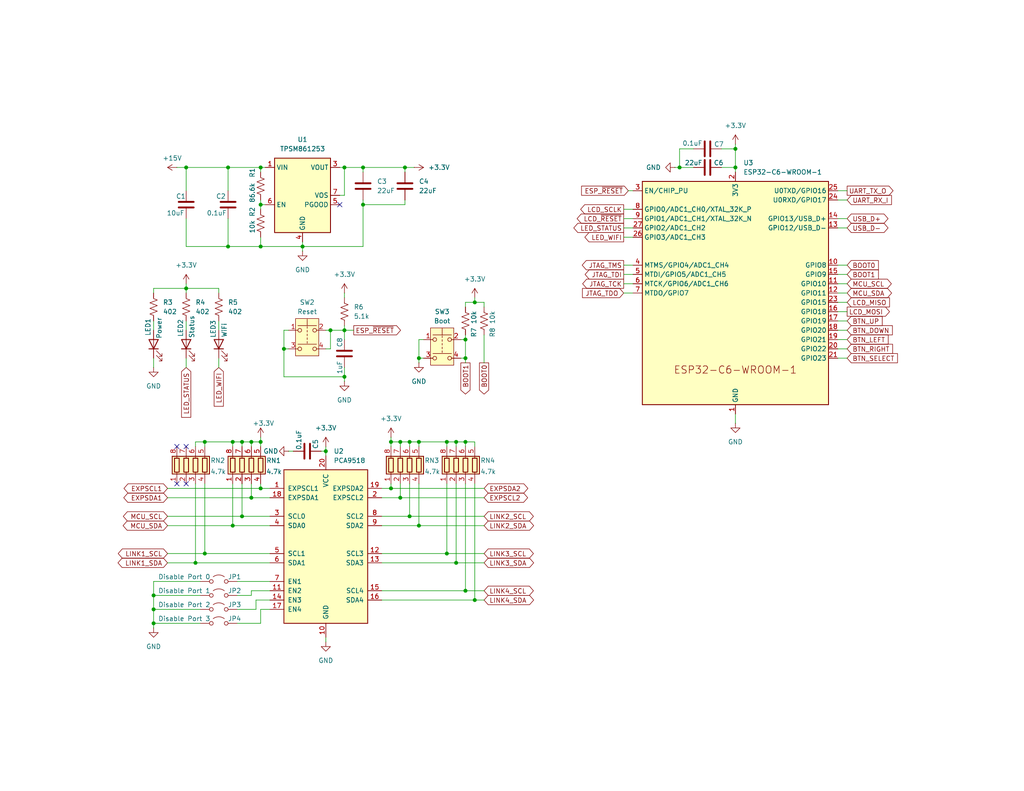
<source format=kicad_sch>
(kicad_sch (version 20250114) (generator "eeschema") (generator_version "9.0")
  (paper "USLetter")
  (title_block (title "CERN Display Controller") (date "2025-04-30") (rev "Rev001"))
  (lib_symbols
    (symbol "Device:C" (pin_numbers (hide yes)) (pin_names (offset 0.254))
      (property "Reference" "C" (at 0.635 2.54 0))
      (property "Value" "C" (at 0.635 -2.54 0))
      (symbol "C_0_1"
        (polyline (pts (xy -2.032 0.762) (xy 2.032 0.762)) (stroke (width 0.508)))
        (polyline (pts (xy -2.032 -0.762) (xy 2.032 -0.762)) (stroke (width 0.508)))
      )
      (symbol "C_1_1"
        (pin passive line (at 0 3.81 270) (length 2.794) (name "~") (number "1"))
        (pin passive line (at 0 -3.81 90) (length 2.794) (name "~") (number "2"))
      )
    )
    (symbol "Device:LED" (pin_numbers (hide yes)) (pin_names (offset 1.016) (hide yes))
      (property "Reference" "D" (at 0 2.54 0))
      (property "Value" "LED" (at 0 -2.54 0))
      (symbol "LED_0_1"
        (polyline (pts (xy -3.048 -0.762) (xy -4.572 -2.286) (xy -3.81 -2.286) (xy -4.572 -2.286) (xy -4.572 -1.524)))
        (polyline (pts (xy -1.778 -0.762) (xy -3.302 -2.286) (xy -2.54 -2.286) (xy -3.302 -2.286) (xy -3.302 -1.524)))
        (polyline (pts (xy -1.27 0) (xy 1.27 0)))
        (polyline (pts (xy -1.27 -1.27) (xy -1.27 1.27)) (stroke (width 0.254)))
        (polyline (pts (xy 1.27 -1.27) (xy 1.27 1.27) (xy -1.27 0) (xy 1.27 -1.27)) (stroke (width 0.254)))
      )
      (symbol "LED_1_1"
        (pin passive line (at -3.81 0 0) (length 2.54) (name "K") (number "1"))
        (pin passive line (at 3.81 0 180) (length 2.54) (name "A") (number "2"))
      )
    )
    (symbol "Device:R_Pack04" (pin_names (offset 0) (hide yes))
      (property "Reference" "RN" (at -7.62 0 90))
      (property "Value" "R_Pack04" (at 5.08 0 90))
      (symbol "R_Pack04_0_1"
        (rectangle (start -6.35 -2.413) (end 3.81 2.413) (stroke (width 0.254)) (fill (type background)))
        (rectangle (start -5.715 1.905) (end -4.445 -1.905) (stroke (width 0.254)))
        (polyline (pts (xy -5.08 1.905) (xy -5.08 2.54)))
        (polyline (pts (xy -5.08 -2.54) (xy -5.08 -1.905)))
        (rectangle (start -3.175 1.905) (end -1.905 -1.905) (stroke (width 0.254)))
        (polyline (pts (xy -2.54 1.905) (xy -2.54 2.54)))
        (polyline (pts (xy -2.54 -2.54) (xy -2.54 -1.905)))
        (rectangle (start -0.635 1.905) (end 0.635 -1.905) (stroke (width 0.254)))
        (polyline (pts (xy 0 1.905) (xy 0 2.54)))
        (polyline (pts (xy 0 -2.54) (xy 0 -1.905)))
        (rectangle (start 1.905 1.905) (end 3.175 -1.905) (stroke (width 0.254)))
        (polyline (pts (xy 2.54 1.905) (xy 2.54 2.54)))
        (polyline (pts (xy 2.54 -2.54) (xy 2.54 -1.905)))
      )
      (symbol "R_Pack04_1_1"
        (pin passive line (at -5.08 5.08 270) (length 2.54) (name "R1.2") (number "8"))
        (pin passive line (at -5.08 -5.08 90) (length 2.54) (name "R1.1") (number "1"))
        (pin passive line (at -2.54 5.08 270) (length 2.54) (name "R2.2") (number "7"))
        (pin passive line (at -2.54 -5.08 90) (length 2.54) (name "R2.1") (number "2"))
        (pin passive line (at 0 5.08 270) (length 2.54) (name "R3.2") (number "6"))
        (pin passive line (at 0 -5.08 90) (length 2.54) (name "R3.1") (number "3"))
        (pin passive line (at 2.54 5.08 270) (length 2.54) (name "R4.2") (number "5"))
        (pin passive line (at 2.54 -5.08 90) (length 2.54) (name "R4.1") (number "4"))
      )
    )
    (symbol "Device:R_US" (pin_numbers (hide yes)) (pin_names (offset 0))
      (property "Reference" "R" (at 2.54 0 90))
      (property "Value" "R_US" (at -2.54 0 90))
      (symbol "R_US_0_1"
        (polyline (pts (xy 0 2.286) (xy 0 2.54)))
        (polyline (pts (xy 0 2.286) (xy 1.016 1.905) (xy 0 1.524) (xy -1.016 1.143) (xy 0 0.762)))
        (polyline (pts (xy 0 0.762) (xy 1.016 0.381) (xy 0 0) (xy -1.016 -0.381) (xy 0 -0.762)))
        (polyline (pts (xy 0 -0.762) (xy 1.016 -1.143) (xy 0 -1.524) (xy -1.016 -1.905) (xy 0 -2.286)))
        (polyline (pts (xy 0 -2.286) (xy 0 -2.54)))
      )
      (symbol "R_US_1_1"
        (pin passive line (at 0 3.81 270) (length 1.27) (name "~") (number "1"))
        (pin passive line (at 0 -3.81 90) (length 1.27) (name "~") (number "2"))
      )
    )
    (symbol "Espressif:ESP32-C6-WROOM-1"
      (property "Reference" "U" (at -25.4 35.56 0))
      (property "Value" "ESP32-C6-WROOM-1" (at -25.4 33.02 0))
      (symbol "ESP32-C6-WROOM-1_0_0"
        (text "ESP32-C6-WROOM-1" (at 0 -20.955 0) (effects (font (size 2 2))))
      )
      (symbol "ESP32-C6-WROOM-1_0_1"
        (rectangle (start -25.4 30.48) (end 25.4 -30.48) (stroke (width 0.254)) (fill (type background)))
      )
      (symbol "ESP32-C6-WROOM-1_1_1"
        (pin input line (at -27.94 27.94 0) (length 2.54) (name "EN/CHIP_PU") (number "3"))
        (pin bidirectional line (at -27.94 22.86 0) (length 2.54) (name "GPIO0/ADC1_CH0/XTAL_32K_P") (number "8"))
        (pin bidirectional line (at -27.94 20.32 0) (length 2.54) (name "GPIO1/ADC1_CH1/XTAL_32K_N") (number "9"))
        (pin bidirectional line (at -27.94 17.78 0) (length 2.54) (name "GPIO2/ADC1_CH2") (number "27"))
        (pin bidirectional line (at -27.94 15.24 0) (length 2.54) (name "GPIO3/ADC1_CH3") (number "26"))
        (pin bidirectional line (at -27.94 7.62 0) (length 2.54) (name "MTMS/GPIO4/ADC1_CH4") (number "4"))
        (pin bidirectional line (at -27.94 5.08 0) (length 2.54) (name "MTDI/GPIO5/ADC1_CH5") (number "5"))
        (pin bidirectional line (at -27.94 2.54 0) (length 2.54) (name "MTCK/GPIO6/ADC1_CH6") (number "6"))
        (pin bidirectional line (at -27.94 0 0) (length 2.54) (name "MTDO/GPIO7") (number "7"))
        (pin no_connect line (at -25.4 -12.7 0) (length 2.54) (hide yes) (name "NC") (number "22"))
        (pin power_in line (at 0 33.02 270) (length 2.54) (name "3V3") (number "2"))
        (pin power_in line (at 0 -33.02 90) (length 2.54) (name "GND") (number "1"))
        (pin passive line (at 0 -33.02 90) (length 2.54) (hide yes) (name "GND") (number "28"))
        (pin passive line (at 0 -33.02 90) (length 2.54) (hide yes) (name "GND") (number "29"))
        (pin bidirectional line (at 27.94 27.94 180) (length 2.54) (name "U0TXD/GPIO16") (number "25"))
        (pin bidirectional line (at 27.94 25.4 180) (length 2.54) (name "U0RXD/GPIO17") (number "24"))
        (pin bidirectional line (at 27.94 20.32 180) (length 2.54) (name "GPIO13/USB_D+") (number "14"))
        (pin bidirectional line (at 27.94 17.78 180) (length 2.54) (name "GPIO12/USB_D-") (number "13"))
        (pin bidirectional line (at 27.94 7.62 180) (length 2.54) (name "GPIO8") (number "10"))
        (pin bidirectional line (at 27.94 5.08 180) (length 2.54) (name "GPIO9") (number "15"))
        (pin bidirectional line (at 27.94 2.54 180) (length 2.54) (name "GPIO10") (number "11"))
        (pin bidirectional line (at 27.94 0 180) (length 2.54) (name "GPIO11") (number "12"))
        (pin bidirectional line (at 27.94 -2.54 180) (length 2.54) (name "GPIO15") (number "23"))
        (pin bidirectional line (at 27.94 -5.08 180) (length 2.54) (name "GPIO18") (number "16"))
        (pin bidirectional line (at 27.94 -7.62 180) (length 2.54) (name "GPIO19") (number "17"))
        (pin bidirectional line (at 27.94 -10.16 180) (length 2.54) (name "GPIO20") (number "18"))
        (pin bidirectional line (at 27.94 -12.7 180) (length 2.54) (name "GPIO21") (number "19"))
        (pin bidirectional line (at 27.94 -15.24 180) (length 2.54) (name "GPIO22") (number "20"))
        (pin bidirectional line (at 27.94 -17.78 180) (length 2.54) (name "GPIO23") (number "21"))
      )
    )
    (symbol "Jumper:Jumper_2_Open" (pin_numbers (hide yes)) (pin_names (offset 0) (hide yes))
      (property "Reference" "JP" (at 0 2.794 0))
      (property "Value" "Jumper_2_Open" (at 0 -2.286 0))
      (symbol "Jumper_2_Open_0_0"
        (circle (center -2.032 0) (radius 0.508))
        (circle (center 2.032 0) (radius 0.508))
      )
      (symbol "Jumper_2_Open_0_1"
        (arc (start -1.524 1.27) (mid 0 1.778) (end 1.524 1.27))
      )
      (symbol "Jumper_2_Open_1_1"
        (pin passive line (at -5.08 0 0) (length 2.54) (name "A") (number "1"))
        (pin passive line (at 5.08 0 180) (length 2.54) (name "B") (number "2"))
      )
    )
    (symbol "Switch:SW_Push_Dual" (pin_names (offset 1.016) (hide yes))
      (property "Reference" "SW" (at 0 7.62 0))
      (property "Value" "SW_Push_Dual" (at 0 -6.35 0))
      (symbol "SW_Push_Dual_0_1"
        (circle (center -2.032 2.54) (radius 0.508))
        (circle (center -2.032 -2.54) (radius 0.508))
        (polyline (pts (xy 0 3.81) (xy 0 5.588)))
        (polyline (pts (xy 0 3.048) (xy 0 3.556)))
        (polyline (pts (xy 0 2.032) (xy 0 2.54)))
        (polyline (pts (xy 0 1.016) (xy 0 1.524)))
        (polyline (pts (xy 0 0.508) (xy 0 0)))
        (polyline (pts (xy 0 -0.508) (xy 0 -1.016)))
        (circle (center 2.032 2.54) (radius 0.508))
        (circle (center 2.032 -2.54) (radius 0.508))
        (polyline (pts (xy 2.54 3.81) (xy -2.54 3.81)))
        (polyline (pts (xy 2.54 -1.27) (xy -2.54 -1.27)))
        (pin passive line (at -5.08 2.54 0) (length 2.54) (name "1") (number "1"))
        (pin passive line (at -5.08 -2.54 0) (length 2.54) (name "3") (number "3"))
        (pin passive line (at 5.08 2.54 180) (length 2.54) (name "2") (number "2"))
        (pin passive line (at 5.08 -2.54 180) (length 2.54) (name "4") (number "4"))
      )
      (symbol "SW_Push_Dual_1_1"
        (rectangle (start -3.175 5.715) (end 3.175 -4.445) (fill (type background)))
      )
    )
    (symbol "power:+15V" (power) (pin_numbers (hide yes)) (pin_names (offset 0) (hide yes))
      (property "Value" "+15V" (at 0 3.556 0))
      (symbol "+15V_0_1"
        (polyline (pts (xy -0.762 1.27) (xy 0 2.54)))
        (polyline (pts (xy 0 2.54) (xy 0.762 1.27)))
        (polyline (pts (xy 0 0) (xy 0 2.54)))
      )
      (symbol "+15V_1_1"
        (pin power_in line (at 0 0 90) (length 0) (name "~") (number "1"))
      )
    )
    (symbol "power:+3.3V" (power) (pin_numbers (hide yes)) (pin_names (offset 0) (hide yes))
      (property "Value" "+3.3V" (at 0 3.556 0))
      (symbol "+3.3V_0_1"
        (polyline (pts (xy -0.762 1.27) (xy 0 2.54)))
        (polyline (pts (xy 0 2.54) (xy 0.762 1.27)))
        (polyline (pts (xy 0 0) (xy 0 2.54)))
      )
      (symbol "+3.3V_1_1"
        (pin power_in line (at 0 0 90) (length 0) (name "~") (number "1"))
      )
    )
    (symbol "power:GND" (power) (pin_numbers (hide yes)) (pin_names (offset 0) (hide yes))
      (property "Value" "GND" (at 0 -3.81 0))
      (symbol "GND_0_1"
        (polyline (pts (xy 0 0) (xy 0 -1.27) (xy 1.27 -1.27) (xy 0 -2.54) (xy -1.27 -1.27) (xy 0 -1.27)))
      )
      (symbol "GND_1_1"
        (pin power_in line (at 0 0 270) (length 0) (name "~") (number "1"))
      )
    )
    (symbol "sen_Interface_Expansion:PCA9518" (pin_names (offset 1.016))
      (property "Reference" "U" (at -11.176 20.32 0))
      (property "Value" "PCA9518" (at 4.064 20.32 0))
      (symbol "PCA9518_0_1"
        (rectangle (start -11.43 19.05) (end 11.43 -22.86) (stroke (width 0.254)) (fill (type background)))
      )
      (symbol "PCA9518_1_1"
        (pin bidirectional line (at -15.24 13.97 0) (length 3.81) (name "EXPSCL1") (number "1"))
        (pin bidirectional line (at -15.24 11.43 0) (length 3.81) (name "EXPSDA1") (number "18"))
        (pin bidirectional line (at -15.24 6.35 0) (length 3.81) (name "SCL0") (number "3"))
        (pin bidirectional line (at -15.24 3.81 0) (length 3.81) (name "SDA0") (number "4"))
        (pin bidirectional line (at -15.24 -3.81 0) (length 3.81) (name "SCL1") (number "5"))
        (pin bidirectional line (at -15.24 -6.35 0) (length 3.81) (name "SDA1") (number "6"))
        (pin input line (at -15.24 -11.43 0) (length 3.81) (name "EN1") (number "7"))
        (pin input line (at -15.24 -13.97 0) (length 3.81) (name "EN2") (number "11"))
        (pin input line (at -15.24 -16.51 0) (length 3.81) (name "EN3") (number "14"))
        (pin input line (at -15.24 -19.05 0) (length 3.81) (name "EN4") (number "17"))
        (pin power_in line (at 0 22.86 270) (length 3.81) (name "VCC") (number "20"))
        (pin power_in line (at 0 -26.67 90) (length 3.81) (name "GND") (number "10"))
        (pin bidirectional line (at 15.24 13.97 180) (length 3.81) (name "EXPSDA2") (number "19"))
        (pin bidirectional line (at 15.24 11.43 180) (length 3.81) (name "EXPSCL2") (number "2"))
        (pin bidirectional line (at 15.24 6.35 180) (length 3.81) (name "SCL2") (number "8"))
        (pin bidirectional line (at 15.24 3.81 180) (length 3.81) (name "SDA2") (number "9"))
        (pin bidirectional line (at 15.24 -3.81 180) (length 3.81) (name "SCL3") (number "12"))
        (pin bidirectional line (at 15.24 -6.35 180) (length 3.81) (name "SDA3") (number "13"))
        (pin bidirectional line (at 15.24 -13.97 180) (length 3.81) (name "SCL4") (number "15"))
        (pin bidirectional line (at 15.24 -16.51 180) (length 3.81) (name "SDA4") (number "16"))
      )
    )
    (symbol "sen_PMIC:TPSM861253"
      (property "Reference" "U" (at 0 15.24 0))
      (property "Value" "TPSM861253" (at 0 12.7 0))
      (symbol "TPSM861253_0_1"
        (rectangle (start -7.62 10.16) (end 7.62 -10.16) (stroke (width 0.254)) (fill (type background)))
      )
      (symbol "TPSM861253_1_1"
        (pin power_in line (at -10.16 7.62 0) (length 2.54) (name "VIN") (number "1"))
        (pin input line (at -10.16 -2.54 0) (length 2.54) (name "EN") (number "6"))
        (pin no_connect line (at -7.62 2.54 0) (length 2.54) (hide yes) (name "SW") (number "2"))
        (pin power_in line (at 0 -12.7 90) (length 2.54) (name "GND") (number "4"))
        (pin power_out line (at 10.16 7.62 180) (length 2.54) (name "VOUT") (number "3"))
        (pin passive line (at 10.16 7.62 180) (length 2.54) (hide yes) (name "VOUT") (number "8"))
        (pin input line (at 10.16 0 180) (length 2.54) (name "VOS") (number "7"))
        (pin open_collector line (at 10.16 -2.54 180) (length 2.54) (name "PGOOD") (number "5"))
      )
    )
  )
  (junction (at 110.49 45.72))
  (junction (at 129.54 163.83))
  (junction (at 71.12 120.65))
  (junction (at 111.76 140.97))
  (junction (at 41.91 166.37))
  (junction (at 66.04 120.65))
  (junction (at 200.66 40.64))
  (junction (at 99.06 55.88))
  (junction (at 62.23 45.72))
  (junction (at 82.55 67.31))
  (junction (at 93.98 90.17))
  (junction (at 109.22 120.65))
  (junction (at 68.58 135.89))
  (junction (at 93.98 45.72))
  (junction (at 77.47 95.25))
  (junction (at 127 161.29))
  (junction (at 111.76 120.65))
  (junction (at 121.92 151.13))
  (junction (at 50.8 78.74))
  (junction (at 50.8 45.72))
  (junction (at 106.68 133.35))
  (junction (at 71.12 45.72))
  (junction (at 121.92 120.65))
  (junction (at 71.12 133.35))
  (junction (at 124.46 120.65))
  (junction (at 88.9 123.19))
  (junction (at 53.34 153.67))
  (junction (at 106.68 120.65))
  (junction (at 63.5 120.65))
  (junction (at 99.06 45.72))
  (junction (at 68.58 120.65))
  (junction (at 62.23 67.31))
  (junction (at 66.04 140.97))
  (junction (at 127 120.65))
  (junction (at 41.91 162.56))
  (junction (at 114.3 97.79))
  (junction (at 71.12 67.31))
  (junction (at 114.3 143.51))
  (junction (at 63.5 143.51))
  (junction (at 129.54 82.55))
  (junction (at 55.88 151.13))
  (junction (at 127 97.79))
  (junction (at 114.3 120.65))
  (junction (at 200.66 45.72))
  (junction (at 90.17 90.17))
  (junction (at 127 92.71))
  (junction (at 93.98 102.87))
  (junction (at 185.42 45.72))
  (junction (at 124.46 153.67))
  (junction (at 55.88 120.65))
  (junction (at 71.12 55.88))
  (junction (at 109.22 135.89))
  (junction (at 41.91 170.18))
  (no_connect (at 48.26 121.92))
  (no_connect (at 92.71 55.88))
  (no_connect (at 48.26 132.08))
  (no_connect (at 50.8 132.08))
  (no_connect (at 50.8 121.92))
  (wire (pts (xy 68.58 135.89) (xy 73.66 135.89)))
  (wire (pts (xy 109.22 135.89) (xy 132.08 135.89)))
  (wire (pts (xy 106.68 120.65) (xy 109.22 120.65)))
  (wire (pts (xy 66.04 120.65) (xy 68.58 120.65)))
  (wire (pts (xy 72.39 55.88) (xy 71.12 55.88)))
  (wire (pts (xy 50.8 45.72) (xy 62.23 45.72)))
  (wire (pts (xy 71.12 55.88) (xy 71.12 54.61)))
  (wire (pts (xy 196.85 45.72) (xy 200.66 45.72)))
  (wire (pts (xy 66.04 140.97) (xy 73.66 140.97)))
  (wire (pts (xy 71.12 67.31) (xy 71.12 64.77)))
  (wire (pts (xy 45.72 133.35) (xy 71.12 133.35)))
  (wire (pts (xy 127 83.82) (xy 127 82.55)))
  (wire (pts (xy 41.91 166.37) (xy 54.61 166.37)))
  (wire (pts (xy 77.47 102.87) (xy 77.47 95.25)))
  (wire (pts (xy 66.04 140.97) (xy 66.04 132.08)))
  (wire (pts (xy 63.5 120.65) (xy 66.04 120.65)))
  (wire (pts (xy 172.72 52.07) (xy 171.45 52.07)))
  (wire (pts (xy 88.9 123.19) (xy 88.9 124.46)))
  (wire (pts (xy 228.6 97.79) (xy 231.14 97.79)))
  (wire (pts (xy 110.49 55.88) (xy 110.49 54.61)))
  (wire (pts (xy 68.58 132.08) (xy 68.58 135.89)))
  (wire (pts (xy 45.72 140.97) (xy 66.04 140.97)))
  (wire (pts (xy 73.66 151.13) (xy 55.88 151.13)))
  (wire (pts (xy 71.12 120.65) (xy 71.12 121.92)))
  (wire (pts (xy 68.58 120.65) (xy 68.58 121.92)))
  (wire (pts (xy 121.92 120.65) (xy 121.92 121.92)))
  (wire (pts (xy 170.18 57.15) (xy 172.72 57.15)))
  (wire (pts (xy 228.6 74.93) (xy 231.14 74.93)))
  (wire (pts (xy 104.14 161.29) (xy 127 161.29)))
  (wire (pts (xy 114.3 143.51) (xy 114.3 132.08)))
  (wire (pts (xy 170.18 62.23) (xy 172.72 62.23)))
  (wire (pts (xy 41.91 87.63) (xy 41.91 90.17)))
  (wire (pts (xy 110.49 45.72) (xy 99.06 45.72)))
  (wire (pts (xy 45.72 143.51) (xy 63.5 143.51)))
  (wire (pts (xy 127 82.55) (xy 129.54 82.55)))
  (wire (pts (xy 71.12 55.88) (xy 71.12 57.15)))
  (wire (pts (xy 127 120.65) (xy 129.54 120.65)))
  (wire (pts (xy 68.58 161.29) (xy 68.58 162.56)))
  (wire (pts (xy 90.17 90.17) (xy 93.98 90.17)))
  (wire (pts (xy 124.46 153.67) (xy 132.08 153.67)))
  (wire (pts (xy 127 161.29) (xy 127 132.08)))
  (wire (pts (xy 50.8 97.79) (xy 50.8 100.33)))
  (wire (pts (xy 121.92 151.13) (xy 121.92 132.08)))
  (wire (pts (xy 129.54 82.55) (xy 129.54 81.28)))
  (wire (pts (xy 53.34 153.67) (xy 53.34 132.08)))
  (wire (pts (xy 77.47 95.25) (xy 77.47 90.17)))
  (wire (pts (xy 92.71 45.72) (xy 93.98 45.72)))
  (wire (pts (xy 73.66 166.37) (xy 71.12 166.37)))
  (wire (pts (xy 170.18 77.47) (xy 172.72 77.47)))
  (wire (pts (xy 228.6 92.71) (xy 231.14 92.71)))
  (wire (pts (xy 41.91 78.74) (xy 50.8 78.74)))
  (wire (pts (xy 82.55 67.31) (xy 99.06 67.31)))
  (wire (pts (xy 110.49 45.72) (xy 113.03 45.72)))
  (wire (pts (xy 59.69 87.63) (xy 59.69 90.17)))
  (wire (pts (xy 228.6 90.17) (xy 231.14 90.17)))
  (wire (pts (xy 73.66 143.51) (xy 63.5 143.51)))
  (wire (pts (xy 82.55 66.04) (xy 82.55 67.31)))
  (wire (pts (xy 228.6 77.47) (xy 231.14 77.47)))
  (wire (pts (xy 114.3 121.92) (xy 114.3 120.65)))
  (wire (pts (xy 71.12 166.37) (xy 71.12 170.18)))
  (wire (pts (xy 129.54 163.83) (xy 132.08 163.83)))
  (wire (pts (xy 114.3 143.51) (xy 132.08 143.51)))
  (wire (pts (xy 45.72 151.13) (xy 55.88 151.13)))
  (wire (pts (xy 200.66 113.03) (xy 200.66 115.57)))
  (wire (pts (xy 99.06 45.72) (xy 99.06 46.99)))
  (wire (pts (xy 189.23 40.64) (xy 185.42 40.64)))
  (wire (pts (xy 170.18 80.01) (xy 172.72 80.01)))
  (wire (pts (xy 55.88 151.13) (xy 55.88 132.08)))
  (wire (pts (xy 115.57 92.71) (xy 114.3 92.71)))
  (wire (pts (xy 170.18 59.69) (xy 172.72 59.69)))
  (wire (pts (xy 92.71 53.34) (xy 93.98 53.34)))
  (wire (pts (xy 115.57 97.79) (xy 114.3 97.79)))
  (wire (pts (xy 93.98 80.01) (xy 93.98 81.28)))
  (wire (pts (xy 50.8 78.74) (xy 50.8 80.01)))
  (wire (pts (xy 41.91 166.37) (xy 41.91 170.18)))
  (wire (pts (xy 129.54 121.92) (xy 129.54 120.65)))
  (wire (pts (xy 111.76 120.65) (xy 111.76 121.92)))
  (wire (pts (xy 50.8 78.74) (xy 50.8 77.47)))
  (wire (pts (xy 109.22 120.65) (xy 111.76 120.65)))
  (wire (pts (xy 41.91 158.75) (xy 41.91 162.56)))
  (wire (pts (xy 114.3 92.71) (xy 114.3 97.79)))
  (wire (pts (xy 185.42 45.72) (xy 189.23 45.72)))
  (wire (pts (xy 90.17 95.25) (xy 90.17 90.17)))
  (wire (pts (xy 121.92 120.65) (xy 124.46 120.65)))
  (wire (pts (xy 170.18 72.39) (xy 172.72 72.39)))
  (wire (pts (xy 41.91 170.18) (xy 41.91 171.45)))
  (wire (pts (xy 71.12 133.35) (xy 71.12 132.08)))
  (wire (pts (xy 114.3 97.79) (xy 114.3 99.06)))
  (wire (pts (xy 200.66 45.72) (xy 200.66 46.99)))
  (wire (pts (xy 77.47 95.25) (xy 78.74 95.25)))
  (wire (pts (xy 55.88 120.65) (xy 63.5 120.65)))
  (wire (pts (xy 93.98 90.17) (xy 93.98 92.71)))
  (wire (pts (xy 228.6 95.25) (xy 231.14 95.25)))
  (wire (pts (xy 184.15 45.72) (xy 185.42 45.72)))
  (wire (pts (xy 64.77 170.18) (xy 71.12 170.18)))
  (wire (pts (xy 50.8 59.69) (xy 50.8 67.31)))
  (wire (pts (xy 88.9 123.19) (xy 88.9 121.92)))
  (wire (pts (xy 71.12 45.72) (xy 62.23 45.72)))
  (wire (pts (xy 72.39 45.72) (xy 71.12 45.72)))
  (wire (pts (xy 228.6 82.55) (xy 231.14 82.55)))
  (wire (pts (xy 124.46 120.65) (xy 124.46 121.92)))
  (wire (pts (xy 64.77 158.75) (xy 73.66 158.75)))
  (wire (pts (xy 88.9 95.25) (xy 90.17 95.25)))
  (wire (pts (xy 93.98 100.33) (xy 93.98 102.87)))
  (wire (pts (xy 73.66 153.67) (xy 53.34 153.67)))
  (wire (pts (xy 228.6 54.61) (xy 231.14 54.61)))
  (wire (pts (xy 62.23 52.07) (xy 62.23 45.72)))
  (wire (pts (xy 99.06 55.88) (xy 110.49 55.88)))
  (wire (pts (xy 73.66 163.83) (xy 69.85 163.83)))
  (wire (pts (xy 93.98 45.72) (xy 93.98 53.34)))
  (wire (pts (xy 127 92.71) (xy 127 91.44)))
  (wire (pts (xy 41.91 162.56) (xy 41.91 166.37)))
  (wire (pts (xy 93.98 45.72) (xy 99.06 45.72)))
  (wire (pts (xy 59.69 97.79) (xy 59.69 100.33)))
  (wire (pts (xy 55.88 120.65) (xy 55.88 121.92)))
  (wire (pts (xy 228.6 72.39) (xy 231.14 72.39)))
  (wire (pts (xy 50.8 67.31) (xy 62.23 67.31)))
  (wire (pts (xy 228.6 62.23) (xy 231.14 62.23)))
  (wire (pts (xy 200.66 39.37) (xy 200.66 40.64)))
  (wire (pts (xy 71.12 45.72) (xy 71.12 46.99)))
  (wire (pts (xy 185.42 40.64) (xy 185.42 45.72)))
  (wire (pts (xy 104.14 151.13) (xy 121.92 151.13)))
  (wire (pts (xy 132.08 91.44) (xy 132.08 99.06)))
  (wire (pts (xy 228.6 59.69) (xy 231.14 59.69)))
  (wire (pts (xy 127 120.65) (xy 127 121.92)))
  (wire (pts (xy 66.04 121.92) (xy 66.04 120.65)))
  (wire (pts (xy 45.72 135.89) (xy 68.58 135.89)))
  (wire (pts (xy 41.91 80.01) (xy 41.91 78.74)))
  (wire (pts (xy 124.46 153.67) (xy 124.46 132.08)))
  (wire (pts (xy 104.14 153.67) (xy 124.46 153.67)))
  (wire (pts (xy 121.92 151.13) (xy 132.08 151.13)))
  (wire (pts (xy 82.55 67.31) (xy 71.12 67.31)))
  (wire (pts (xy 87.63 123.19) (xy 88.9 123.19)))
  (wire (pts (xy 132.08 83.82) (xy 132.08 82.55)))
  (wire (pts (xy 109.22 120.65) (xy 109.22 121.92)))
  (wire (pts (xy 228.6 85.09) (xy 231.14 85.09)))
  (wire (pts (xy 104.14 163.83) (xy 129.54 163.83)))
  (wire (pts (xy 50.8 45.72) (xy 50.8 52.07)))
  (wire (pts (xy 77.47 90.17) (xy 78.74 90.17)))
  (wire (pts (xy 104.14 133.35) (xy 106.68 133.35)))
  (wire (pts (xy 129.54 163.83) (xy 129.54 132.08)))
  (wire (pts (xy 106.68 133.35) (xy 132.08 133.35)))
  (wire (pts (xy 104.14 140.97) (xy 111.76 140.97)))
  (wire (pts (xy 127 161.29) (xy 132.08 161.29)))
  (wire (pts (xy 48.26 45.72) (xy 50.8 45.72)))
  (wire (pts (xy 228.6 87.63) (xy 231.14 87.63)))
  (wire (pts (xy 63.5 121.92) (xy 63.5 120.65)))
  (wire (pts (xy 196.85 40.64) (xy 200.66 40.64)))
  (wire (pts (xy 68.58 120.65) (xy 71.12 120.65)))
  (wire (pts (xy 93.98 102.87) (xy 93.98 104.14)))
  (wire (pts (xy 127 97.79) (xy 127 92.71)))
  (wire (pts (xy 68.58 162.56) (xy 64.77 162.56)))
  (wire (pts (xy 62.23 59.69) (xy 62.23 67.31)))
  (wire (pts (xy 69.85 163.83) (xy 69.85 166.37)))
  (wire (pts (xy 73.66 133.35) (xy 71.12 133.35)))
  (wire (pts (xy 88.9 90.17) (xy 90.17 90.17)))
  (wire (pts (xy 114.3 120.65) (xy 121.92 120.65)))
  (wire (pts (xy 93.98 88.9) (xy 93.98 90.17)))
  (wire (pts (xy 111.76 140.97) (xy 111.76 132.08)))
  (wire (pts (xy 50.8 87.63) (xy 50.8 90.17)))
  (wire (pts (xy 106.68 133.35) (xy 106.68 132.08)))
  (wire (pts (xy 200.66 40.64) (xy 200.66 45.72)))
  (wire (pts (xy 104.14 143.51) (xy 114.3 143.51)))
  (wire (pts (xy 62.23 67.31) (xy 71.12 67.31)))
  (wire (pts (xy 99.06 55.88) (xy 99.06 54.61)))
  (wire (pts (xy 53.34 120.65) (xy 55.88 120.65)))
  (wire (pts (xy 104.14 135.89) (xy 109.22 135.89)))
  (wire (pts (xy 125.73 97.79) (xy 127 97.79)))
  (wire (pts (xy 78.74 123.19) (xy 80.01 123.19)))
  (wire (pts (xy 88.9 173.99) (xy 88.9 175.26)))
  (wire (pts (xy 59.69 80.01) (xy 59.69 78.74)))
  (wire (pts (xy 71.12 119.38) (xy 71.12 120.65)))
  (wire (pts (xy 170.18 64.77) (xy 172.72 64.77)))
  (wire (pts (xy 125.73 92.71) (xy 127 92.71)))
  (wire (pts (xy 63.5 143.51) (xy 63.5 132.08)))
  (wire (pts (xy 170.18 74.93) (xy 172.72 74.93)))
  (wire (pts (xy 41.91 162.56) (xy 54.61 162.56)))
  (wire (pts (xy 124.46 120.65) (xy 127 120.65)))
  (wire (pts (xy 93.98 90.17) (xy 96.52 90.17)))
  (wire (pts (xy 73.66 161.29) (xy 68.58 161.29)))
  (wire (pts (xy 53.34 120.65) (xy 53.34 121.92)))
  (wire (pts (xy 69.85 166.37) (xy 64.77 166.37)))
  (wire (pts (xy 50.8 78.74) (xy 59.69 78.74)))
  (wire (pts (xy 99.06 67.31) (xy 99.06 55.88)))
  (wire (pts (xy 129.54 82.55) (xy 132.08 82.55)))
  (wire (pts (xy 106.68 120.65) (xy 106.68 121.92)))
  (wire (pts (xy 93.98 102.87) (xy 77.47 102.87)))
  (wire (pts (xy 41.91 97.79) (xy 41.91 100.33)))
  (wire (pts (xy 45.72 153.67) (xy 53.34 153.67)))
  (wire (pts (xy 54.61 158.75) (xy 41.91 158.75)))
  (wire (pts (xy 109.22 135.89) (xy 109.22 132.08)))
  (wire (pts (xy 228.6 52.07) (xy 231.14 52.07)))
  (wire (pts (xy 111.76 120.65) (xy 114.3 120.65)))
  (wire (pts (xy 228.6 80.01) (xy 231.14 80.01)))
  (wire (pts (xy 127 97.79) (xy 127 99.06)))
  (wire (pts (xy 110.49 46.99) (xy 110.49 45.72)))
  (wire (pts (xy 41.91 170.18) (xy 54.61 170.18)))
  (wire (pts (xy 111.76 140.97) (xy 132.08 140.97)))
  (wire (pts (xy 106.68 119.38) (xy 106.68 120.65)))
  (wire (pts (xy 82.55 67.31) (xy 82.55 68.58)))
  (global_label "BOOT0" (shape input) (at 231.14 72.39 0) (property "Intersheetrefs" "${INTERSHEET_REFS}" (effects (hide yes))))
  (global_label "MCU_SCL" (shape bidirectional) (at 231.14 77.47 0) (property "Intersheetrefs" "${INTERSHEET_REFS}" (effects (hide yes))))
  (global_label "LCD_SCLK" (shape output) (at 170.18 57.15 180) (property "Intersheetrefs" "${INTERSHEET_REFS}" (effects (hide yes))))
  (global_label "BTN_UP" (shape input) (at 231.14 87.63 0) (property "Intersheetrefs" "${INTERSHEET_REFS}" (effects (hide yes))))
  (global_label "BOOT1" (shape output) (at 127 99.06 270) (property "Intersheetrefs" "${INTERSHEET_REFS}" (effects (hide yes))))
  (global_label "LED_WIFI" (shape output) (at 170.18 64.77 180) (property "Intersheetrefs" "${INTERSHEET_REFS}" (effects (hide yes))))
  (global_label "LINK4_SDA" (shape bidirectional) (at 132.08 163.83 0) (property "Intersheetrefs" "${INTERSHEET_REFS}" (effects (hide yes))))
  (global_label "LCD_~{RESET}" (shape output) (at 170.18 59.69 180) (property "Intersheetrefs" "${INTERSHEET_REFS}" (effects (hide yes))))
  (global_label "MCU_SDA" (shape bidirectional) (at 45.72 143.51 180) (property "Intersheetrefs" "${INTERSHEET_REFS}" (effects (hide yes))))
  (global_label "USB_D-" (shape bidirectional) (at 231.14 62.23 0) (property "Intersheetrefs" "${INTERSHEET_REFS}" (effects (hide yes))))
  (global_label "LINK2_SCL" (shape bidirectional) (at 132.08 140.97 0) (property "Intersheetrefs" "${INTERSHEET_REFS}" (effects (hide yes))))
  (global_label "LINK1_SDA" (shape bidirectional) (at 45.72 153.67 180) (property "Intersheetrefs" "${INTERSHEET_REFS}" (effects (hide yes))))
  (global_label "USB_D+" (shape bidirectional) (at 231.14 59.69 0) (property "Intersheetrefs" "${INTERSHEET_REFS}" (effects (hide yes))))
  (global_label "BTN_DOWN" (shape input) (at 231.14 90.17 0) (property "Intersheetrefs" "${INTERSHEET_REFS}" (effects (hide yes))))
  (global_label "LED_STATUS" (shape input) (at 50.8 100.33 270) (property "Intersheetrefs" "${INTERSHEET_REFS}" (effects (hide yes))))
  (global_label "JTAG_TDO" (shape input) (at 170.18 80.01 180) (property "Intersheetrefs" "${INTERSHEET_REFS}" (effects (hide yes))))
  (global_label "BTN_LEFT" (shape input) (at 231.14 92.71 0) (property "Intersheetrefs" "${INTERSHEET_REFS}" (effects (hide yes))))
  (global_label "ESP_~{RESET}" (shape output) (at 96.52 90.17 0) (property "Intersheetrefs" "${INTERSHEET_REFS}" (effects (hide yes))))
  (global_label "JTAG_TMS" (shape output) (at 170.18 72.39 180) (property "Intersheetrefs" "${INTERSHEET_REFS}" (effects (hide yes))))
  (global_label "JTAG_TCK" (shape output) (at 170.18 77.47 180) (property "Intersheetrefs" "${INTERSHEET_REFS}" (effects (hide yes))))
  (global_label "EXPSCL2" (shape bidirectional) (at 132.08 135.89 0) (property "Intersheetrefs" "${INTERSHEET_REFS}" (effects (hide yes))))
  (global_label "LINK2_SDA" (shape bidirectional) (at 132.08 143.51 0) (property "Intersheetrefs" "${INTERSHEET_REFS}" (effects (hide yes))))
  (global_label "BTN_RIGHT" (shape input) (at 231.14 95.25 0) (property "Intersheetrefs" "${INTERSHEET_REFS}" (effects (hide yes))))
  (global_label "ESP_~{RESET}" (shape input) (at 171.45 52.07 180) (property "Intersheetrefs" "${INTERSHEET_REFS}" (effects (hide yes))))
  (global_label "LINK3_SDA" (shape bidirectional) (at 132.08 153.67 0) (property "Intersheetrefs" "${INTERSHEET_REFS}" (effects (hide yes))))
  (global_label "MCU_SDA" (shape bidirectional) (at 231.14 80.01 0) (property "Intersheetrefs" "${INTERSHEET_REFS}" (effects (hide yes))))
  (global_label "JTAG_TDI" (shape output) (at 170.18 74.93 180) (property "Intersheetrefs" "${INTERSHEET_REFS}" (effects (hide yes))))
  (global_label "EXPSDA2" (shape bidirectional) (at 132.08 133.35 0) (property "Intersheetrefs" "${INTERSHEET_REFS}" (effects (hide yes))))
  (global_label "UART_RX_I" (shape input) (at 231.14 54.61 0) (property "Intersheetrefs" "${INTERSHEET_REFS}" (effects (hide yes))))
  (global_label "LCD_MISO" (shape input) (at 231.14 82.55 0) (property "Intersheetrefs" "${INTERSHEET_REFS}" (effects (hide yes))))
  (global_label "LED_WIFI" (shape input) (at 59.69 100.33 270) (property "Intersheetrefs" "${INTERSHEET_REFS}" (effects (hide yes))))
  (global_label "LCD_MOSI" (shape output) (at 231.14 85.09 0) (property "Intersheetrefs" "${INTERSHEET_REFS}" (effects (hide yes))))
  (global_label "LED_STATUS" (shape output) (at 170.18 62.23 180) (property "Intersheetrefs" "${INTERSHEET_REFS}" (effects (hide yes))))
  (global_label "BOOT1" (shape input) (at 231.14 74.93 0) (property "Intersheetrefs" "${INTERSHEET_REFS}" (effects (hide yes))))
  (global_label "LINK4_SCL" (shape bidirectional) (at 132.08 161.29 0) (property "Intersheetrefs" "${INTERSHEET_REFS}" (effects (hide yes))))
  (global_label "LINK3_SCL" (shape bidirectional) (at 132.08 151.13 0) (property "Intersheetrefs" "${INTERSHEET_REFS}" (effects (hide yes))))
  (global_label "LINK1_SCL" (shape bidirectional) (at 45.72 151.13 180) (property "Intersheetrefs" "${INTERSHEET_REFS}" (effects (hide yes))))
  (global_label "EXPSDA1" (shape bidirectional) (at 45.72 135.89 180) (property "Intersheetrefs" "${INTERSHEET_REFS}" (effects (hide yes))))
  (global_label "UART_TX_O" (shape output) (at 231.14 52.07 0) (property "Intersheetrefs" "${INTERSHEET_REFS}" (effects (hide yes))))
  (global_label "BOOT0" (shape output) (at 132.08 99.06 270) (property "Intersheetrefs" "${INTERSHEET_REFS}" (effects (hide yes))))
  (global_label "MCU_SCL" (shape bidirectional) (at 45.72 140.97 180) (property "Intersheetrefs" "${INTERSHEET_REFS}" (effects (hide yes))))
  (global_label "EXPSCL1" (shape bidirectional) (at 45.72 133.35 180) (property "Intersheetrefs" "${INTERSHEET_REFS}" (effects (hide yes))))
  (global_label "BTN_SELECT" (shape input) (at 231.14 97.79 0) (property "Intersheetrefs" "${INTERSHEET_REFS}" (effects (hide yes))))
  (symbol (lib_id "power:GND") (at 93.98 104.14 0) (unit 1)
    (property "Reference" "#PWR024" (effects (hide yes)))
    (property "Value" "GND" (at 93.98 109.22 0))
    (property "Description" "Power symbol creates a global label with name \"GND\" , ground" (effects (hide yes)))
  )
  (symbol (lib_id "power:+3.3V") (at 50.8 77.47 0) (unit 1)
    (property "Reference" "#PWR03" (effects (hide yes)))
    (property "Value" "+3.3V" (at 50.8 72.39 0))
    (property "Description" "Power symbol creates a global label with name \"+3.3V\"" (effects (hide yes)))
  )
  (symbol (lib_id "power:+3.3V") (at 71.12 119.38 0) (unit 1)
    (property "Reference" "#PWR08" (effects (hide yes)))
    (property "Value" "+3.3V" (at 71.882 115.57 0))
    (property "Description" "Power symbol creates a global label with name \"+3.3V\"" (effects (hide yes)))
  )
  (symbol (lib_id "power:+3.3V") (at 88.9 121.92 0) (unit 1)
    (property "Reference" "#PWR05" (effects (hide yes)))
    (property "Value" "+3.3V" (at 88.9 116.84 0))
    (property "Description" "Power symbol creates a global label with name \"+3.3V\"" (effects (hide yes)))
  )
  (symbol (lib_id "power:GND") (at 41.91 100.33 0) (unit 1)
    (property "Reference" "#PWR04" (effects (hide yes)))
    (property "Value" "GND" (at 41.91 105.41 0))
    (property "Description" "Power symbol creates a global label with name \"GND\" , ground" (effects (hide yes)))
  )
  (symbol (lib_id "Jumper:Jumper_2_Open") (at 59.69 166.37 0) (unit 1)
    (property "Reference" "JP3" (at 64.008 165.1 0))
    (property "Value" "Disable Port 2" (at 50.292 165.1 0))
    (property "Footprint" "Connector_PinHeader_2.54mm:PinHeader_1x02_P2.54mm_Vertical" (effects (hide yes)))
    (property "Description" "Jumper, 2-pole, open" (effects (hide yes)))
  )
  (symbol (lib_id "Device:R_US") (at 71.12 60.96 180) (unit 1)
    (property "Reference" "R2" (at 68.834 59.182 90) (effects (justify right)))
    (property "Value" "10k" (at 68.834 63.754 90) (effects (justify right)))
    (property "Footprint" "Resistor_SMD:R_0603_1608Metric" (effects (hide yes)))
    (property "Description" "Resistor, US symbol" (effects (hide yes)))
  )
  (symbol (lib_id "Device:C") (at 193.04 40.64 270) (unit 1)
    (property "Reference" "C7" (at 194.818 39.37 90) (effects (justify left)))
    (property "Value" "0.1uF" (at 186.182 39.116 90) (effects (justify left)))
    (property "Footprint" "Capacitor_SMD:C_0603_1608Metric" (effects (hide yes)))
    (property "Description" "Unpolarized capacitor" (effects (hide yes)))
  )
  (symbol (lib_id "power:+3.3V") (at 113.03 45.72 270) (unit 1)
    (property "Reference" "#PWR02" (effects (hide yes)))
    (property "Value" "+3.3V" (at 116.84 45.7199 90) (effects (justify left)))
    (property "Description" "Power symbol creates a global label with name \"+3.3V\"" (effects (hide yes)))
  )
  (symbol (lib_id "Jumper:Jumper_2_Open") (at 59.69 162.56 0) (unit 1)
    (property "Reference" "JP2" (at 64.008 161.29 0))
    (property "Value" "Disable Port 1" (at 50.292 161.29 0))
    (property "Footprint" "Connector_PinHeader_2.54mm:PinHeader_1x02_P2.54mm_Vertical" (effects (hide yes)))
    (property "Description" "Jumper, 2-pole, open" (effects (hide yes)))
  )
  (symbol (lib_id "Device:R_Pack04") (at 53.34 127 0) (unit 1)
    (property "Reference" "RN2" (at 57.404 125.73 0) (effects (justify left)))
    (property "Value" "4.7k" (at 57.404 128.778 0) (effects (justify left)))
    (property "Footprint" "Resistor_SMD:R_Array_Convex_4x0603" (effects (hide yes)))
    (property "Description" "4 resistor network, parallel topology" (effects (hide yes)))
  )
  (symbol (lib_id "Switch:SW_Push_Dual") (at 83.82 92.71 0) (unit 1)
    (property "Reference" "SW2" (at 83.82 82.55 0))
    (property "Value" "Reset" (at 83.82 85.09 0))
    (property "Footprint" "Button_Switch_SMD:SW_SPST_PTS645" (effects (hide yes)))
    (property "Description" "Push button switch, generic, symbol, four pins" (effects (hide yes)))
  )
  (symbol (lib_id "Device:C") (at 110.49 50.8 0) (unit 1)
    (property "Reference" "C4" (at 114.3 49.5299 0) (effects (justify left)))
    (property "Value" "22uF" (at 114.3 52.0699 0) (effects (justify left)))
    (property "Footprint" "Capacitor_SMD:C_0603_1608Metric" (effects (hide yes)))
    (property "Description" "Unpolarized capacitor" (effects (hide yes)))
  )
  (symbol (lib_id "power:+3.3V") (at 106.68 119.38 0) (unit 1)
    (property "Reference" "#PWR09" (effects (hide yes)))
    (property "Value" "+3.3V" (at 106.68 114.3 0))
    (property "Description" "Power symbol creates a global label with name \"+3.3V\"" (effects (hide yes)))
  )
  (symbol (lib_id "power:+3.3V") (at 93.98 80.01 0) (unit 1)
    (property "Reference" "#PWR023" (effects (hide yes)))
    (property "Value" "+3.3V" (at 93.98 74.93 0))
    (property "Description" "Power symbol creates a global label with name \"+3.3V\"" (effects (hide yes)))
  )
  (symbol (lib_id "Device:LED") (at 50.8 93.98 90) (unit 1)
    (property "Reference" "LED2" (at 49.276 87.122 0) (effects (justify right)))
    (property "Value" "Status" (at 52.324 86.106 0) (effects (justify right)))
    (property "Footprint" "LED_SMD:LED_0603_1608Metric" (effects (hide yes)))
    (property "Description" "Light emitting diode" (effects (hide yes)))
    (property "Sim.Pins" "1=K 2=A" (effects (hide yes)))
  )
  (symbol (lib_id "Device:C") (at 83.82 123.19 270) (unit 1)
    (property "Reference" "C5" (at 86.106 119.888 0) (effects (justify left)))
    (property "Value" "0.1uF" (at 81.534 117.348 0) (effects (justify left)))
    (property "Footprint" "Capacitor_SMD:C_0603_1608Metric" (effects (hide yes)))
    (property "Description" "Unpolarized capacitor" (effects (hide yes)))
  )
  (symbol (lib_id "Device:R_US") (at 50.8 83.82 0) (unit 1)
    (property "Reference" "R4" (at 53.34 82.5499 0) (effects (justify left)))
    (property "Value" "402" (at 53.34 85.0899 0) (effects (justify left)))
    (property "Footprint" "Resistor_SMD:R_0603_1608Metric" (effects (hide yes)))
    (property "Description" "Resistor, US symbol" (effects (hide yes)))
  )
  (symbol (lib_id "Device:R_US") (at 71.12 50.8 180) (unit 1)
    (property "Reference" "R1" (at 68.834 48.514 90) (effects (justify right)))
    (property "Value" "86.6k" (at 68.834 55.372 90) (effects (justify right)))
    (property "Footprint" "Resistor_SMD:R_0603_1608Metric" (effects (hide yes)))
    (property "Description" "Resistor, US symbol" (effects (hide yes)))
  )
  (symbol (lib_id "Device:R_US") (at 93.98 85.09 0) (unit 1)
    (property "Reference" "R6" (at 96.52 83.8199 0) (effects (justify left)))
    (property "Value" "5.1k" (at 96.52 86.3599 0) (effects (justify left)))
    (property "Footprint" "Resistor_SMD:R_0603_1608Metric" (effects (hide yes)))
    (property "Description" "Resistor, US symbol" (effects (hide yes)))
  )
  (symbol (lib_id "power:+3.3V") (at 129.54 81.28 0) (unit 1)
    (property "Reference" "#PWR026" (effects (hide yes)))
    (property "Value" "+3.3V" (at 129.54 76.2 0))
    (property "Description" "Power symbol creates a global label with name \"+3.3V\"" (effects (hide yes)))
  )
  (symbol (lib_id "sen_Interface_Expansion:PCA9518") (at 88.9 147.32 0) (unit 1)
    (property "Reference" "U2" (at 91.0433 123.19 0) (effects (justify left)))
    (property "Value" "PCA9518" (at 91.0433 125.73 0) (effects (justify left)))
    (property "Footprint" "Package_SO:TSSOP-20_4.4x6.5mm_P0.65mm" (effects (hide yes)))
    (property "Datasheet" "http://www.nxp.com/docs/en/data-sheet/PCA9518.pdf" (effects (hide yes)))
    (property "Description" "Expandable 5 channels I2C Hub, SO/TSSOP20" (effects (hide yes)))
  )
  (symbol (lib_id "Device:R_Pack04") (at 68.58 127 0) (unit 1)
    (property "Reference" "RN1" (at 72.644 125.73 0) (effects (justify left)))
    (property "Value" "4.7k" (at 72.644 128.778 0) (effects (justify left)))
    (property "Footprint" "Resistor_SMD:R_Array_Convex_4x0603" (effects (hide yes)))
    (property "Description" "4 resistor network, parallel topology" (effects (hide yes)))
  )
  (symbol (lib_id "Switch:SW_Push_Dual") (at 120.65 95.25 0) (unit 1)
    (property "Reference" "SW3" (at 120.65 85.09 0))
    (property "Value" "Boot" (at 120.65 87.63 0))
    (property "Footprint" "Button_Switch_SMD:SW_SPST_PTS645" (effects (hide yes)))
    (property "Description" "Push button switch, generic, symbol, four pins" (effects (hide yes)))
  )
  (symbol (lib_id "Device:LED") (at 59.69 93.98 90) (unit 1)
    (property "Reference" "LED3" (at 58.166 87.376 0) (effects (justify right)))
    (property "Value" "WiFi" (at 61.214 88.138 0) (effects (justify right)))
    (property "Footprint" "LED_SMD:LED_0603_1608Metric" (effects (hide yes)))
    (property "Description" "Light emitting diode" (effects (hide yes)))
    (property "Sim.Pins" "1=K 2=A" (effects (hide yes)))
  )
  (symbol (lib_id "Device:R_US") (at 41.91 83.82 0) (unit 1)
    (property "Reference" "R3" (at 44.45 82.5499 0) (effects (justify left)))
    (property "Value" "402" (at 44.45 85.0899 0) (effects (justify left)))
    (property "Footprint" "Resistor_SMD:R_0603_1608Metric" (effects (hide yes)))
    (property "Description" "Resistor, US symbol" (effects (hide yes)))
  )
  (symbol (lib_id "power:+3.3V") (at 200.66 39.37 0) (unit 1)
    (property "Reference" "#PWR020" (effects (hide yes)))
    (property "Value" "+3.3V" (at 200.66 34.29 0))
    (property "Description" "Power symbol creates a global label with name \"+3.3V\"" (effects (hide yes)))
  )
  (symbol (lib_id "power:+15V") (at 48.26 45.72 90) (unit 1)
    (property "Reference" "#PWR012" (effects (hide yes)))
    (property "Value" "+15V" (at 46.99 43.18 90))
    (property "Description" "Power symbol creates a global label with name \"+15V\"" (effects (hide yes)))
  )
  (symbol (lib_id "power:GND") (at 82.55 68.58 0) (unit 1)
    (property "Reference" "#PWR01" (effects (hide yes)))
    (property "Value" "GND" (at 82.55 73.66 0))
    (property "Description" "Power symbol creates a global label with name \"GND\" , ground" (effects (hide yes)))
  )
  (symbol (lib_id "Device:C") (at 99.06 50.8 0) (unit 1)
    (property "Reference" "C3" (at 102.87 49.5299 0) (effects (justify left)))
    (property "Value" "22uF" (at 102.87 52.0699 0) (effects (justify left)))
    (property "Footprint" "Capacitor_SMD:C_0603_1608Metric" (effects (hide yes)))
    (property "Description" "Unpolarized capacitor" (effects (hide yes)))
  )
  (symbol (lib_id "Device:C") (at 93.98 96.52 180) (unit 1)
    (property "Reference" "C8" (at 92.71 93.472 90))
    (property "Value" "1uF" (at 92.71 100.33 90))
    (property "Footprint" "Capacitor_SMD:C_0603_1608Metric" (effects (hide yes)))
    (property "Description" "Unpolarized capacitor" (effects (hide yes)))
  )
  (symbol (lib_id "power:GND") (at 88.9 175.26 0) (unit 1)
    (property "Reference" "#PWR07" (effects (hide yes)))
    (property "Value" "GND" (at 88.9 180.34 0))
    (property "Description" "Power symbol creates a global label with name \"GND\" , ground" (effects (hide yes)))
  )
  (symbol (lib_id "Device:R_Pack04") (at 111.76 127 0) (unit 1)
    (property "Reference" "RN3" (at 115.824 125.73 0) (effects (justify left)))
    (property "Value" "4.7k" (at 115.824 128.778 0) (effects (justify left)))
    (property "Footprint" "Resistor_SMD:R_Array_Convex_4x0603" (effects (hide yes)))
    (property "Description" "4 resistor network, parallel topology" (effects (hide yes)))
  )
  (symbol (lib_id "Device:R_Pack04") (at 127 127 0) (unit 1)
    (property "Reference" "RN4" (at 131.064 125.73 0) (effects (justify left)))
    (property "Value" "4.7k" (at 131.064 128.778 0) (effects (justify left)))
    (property "Footprint" "Resistor_SMD:R_Array_Convex_4x0603" (effects (hide yes)))
    (property "Description" "4 resistor network, parallel topology" (effects (hide yes)))
  )
  (symbol (lib_id "Device:C") (at 62.23 55.88 0) (unit 1)
    (property "Reference" "C2" (at 58.928 53.594 0) (effects (justify left)))
    (property "Value" "0.1uF" (at 56.388 58.166 0) (effects (justify left)))
    (property "Footprint" "Capacitor_SMD:C_0603_1608Metric" (effects (hide yes)))
    (property "Description" "Unpolarized capacitor" (effects (hide yes)))
  )
  (symbol (lib_id "Device:C") (at 193.04 45.72 90) (unit 1)
    (property "Reference" "C6" (at 196.088 44.45 90))
    (property "Value" "22uF" (at 189.23 44.45 90))
    (property "Footprint" "Capacitor_SMD:C_0603_1608Metric" (effects (hide yes)))
    (property "Description" "Unpolarized capacitor" (effects (hide yes)))
  )
  (symbol (lib_id "Jumper:Jumper_2_Open") (at 59.69 170.18 0) (unit 1)
    (property "Reference" "JP4" (at 64.008 168.91 0))
    (property "Value" "Disable Port 3" (at 50.292 168.91 0))
    (property "Footprint" "Connector_PinHeader_2.54mm:PinHeader_1x02_P2.54mm_Vertical" (effects (hide yes)))
    (property "Description" "Jumper, 2-pole, open" (effects (hide yes)))
  )
  (symbol (lib_id "power:GND") (at 184.15 45.72 270) (unit 1)
    (property "Reference" "#PWR022" (effects (hide yes)))
    (property "Value" "GND" (at 180.34 45.7199 90) (effects (justify right)))
    (property "Description" "Power symbol creates a global label with name \"GND\" , ground" (effects (hide yes)))
  )
  (symbol (lib_id "Espressif:ESP32-C6-WROOM-1") (at 200.66 80.01 0) (unit 1)
    (property "Reference" "U3" (at 202.8033 44.45 0) (effects (justify left)))
    (property "Value" "ESP32-C6-WROOM-1" (at 202.8033 46.99 0) (effects (justify left)))
    (property "Footprint" "Espressif_RF_Module:ESP32-C6-WROOM-1" (effects (hide yes)))
    (property "Datasheet" "https://www.espressif.com/sites/default/files/documentation/esp32-c6-wroom-1_wroom-1u_datasheet_en.pdf" (effects (hide yes)))
    (property "Description" "ESP32-C6-WROOM-1/U is a module that supports 2.4 GHz Wi-Fi 6 (802.11 ax), Bluetooth® 5 (LE), Zigbee and Thread (802.15.4)" (effects (hide yes)))
  )
  (symbol (lib_id "Device:R_US") (at 59.69 83.82 0) (unit 1)
    (property "Reference" "R5" (at 62.23 82.5499 0) (effects (justify left)))
    (property "Value" "402" (at 62.23 85.0899 0) (effects (justify left)))
    (property "Footprint" "Resistor_SMD:R_0603_1608Metric" (effects (hide yes)))
    (property "Description" "Resistor, US symbol" (effects (hide yes)))
  )
  (symbol (lib_id "sen_PMIC:TPSM861253") (at 82.55 53.34 0) (unit 1)
    (property "Reference" "U1" (at 82.55 38.1 0))
    (property "Value" "TPSM861253" (at 82.55 40.64 0))
    (property "Datasheet" "https://www.ti.com/lit/ds/symlink/tpsm863253.pdf" (effects (hide yes)))
    (property "Description" "3-17V input, 3.3V output 3A buck regulator" (effects (hide yes)))
  )
  (symbol (lib_id "Device:R_US") (at 132.08 87.63 0) (unit 1)
    (property "Reference" "R8" (at 134.366 89.408 90) (effects (justify right)))
    (property "Value" "10k" (at 134.366 84.836 90) (effects (justify right)))
    (property "Footprint" "Resistor_SMD:R_0603_1608Metric" (effects (hide yes)))
    (property "Description" "Resistor, US symbol" (effects (hide yes)))
  )
  (symbol (lib_id "power:GND") (at 114.3 99.06 0) (unit 1)
    (property "Reference" "#PWR025" (effects (hide yes)))
    (property "Value" "GND" (at 114.3 104.14 0))
    (property "Description" "Power symbol creates a global label with name \"GND\" , ground" (effects (hide yes)))
  )
  (symbol (lib_id "Device:R_US") (at 127 87.63 0) (unit 1)
    (property "Reference" "R7" (at 129.286 89.408 90) (effects (justify right)))
    (property "Value" "10k" (at 129.286 84.836 90) (effects (justify right)))
    (property "Footprint" "Resistor_SMD:R_0603_1608Metric" (effects (hide yes)))
    (property "Description" "Resistor, US symbol" (effects (hide yes)))
  )
  (symbol (lib_id "power:GND") (at 78.74 123.19 270) (unit 1)
    (property "Reference" "#PWR06" (effects (hide yes)))
    (property "Value" "GND" (at 75.946 123.19 90) (effects (justify right)))
    (property "Description" "Power symbol creates a global label with name \"GND\" , ground" (effects (hide yes)))
  )
  (symbol (lib_id "power:GND") (at 41.91 171.45 0) (unit 1)
    (property "Reference" "#PWR010" (effects (hide yes)))
    (property "Value" "GND" (at 41.91 176.53 0))
    (property "Description" "Power symbol creates a global label with name \"GND\" , ground" (effects (hide yes)))
  )
  (symbol (lib_id "power:GND") (at 200.66 115.57 0) (unit 1)
    (property "Reference" "#PWR021" (effects (hide yes)))
    (property "Value" "GND" (at 200.66 120.65 0))
    (property "Description" "Power symbol creates a global label with name \"GND\" , ground" (effects (hide yes)))
  )
  (symbol (lib_id "Jumper:Jumper_2_Open") (at 59.69 158.75 0) (unit 1)
    (property "Reference" "JP1" (at 64.008 157.48 0))
    (property "Value" "Disable Port 0" (at 50.292 157.48 0))
    (property "Footprint" "Connector_PinHeader_2.54mm:PinHeader_1x02_P2.54mm_Vertical" (effects (hide yes)))
    (property "Description" "Jumper, 2-pole, open" (effects (hide yes)))
  )
  (symbol (lib_id "Device:C") (at 50.8 55.88 0) (unit 1)
    (property "Reference" "C1" (at 48.006 53.594 0) (effects (justify left)))
    (property "Value" "10uF" (at 45.466 58.166 0) (effects (justify left)))
    (property "Footprint" "Capacitor_SMD:C_0603_1608Metric" (effects (hide yes)))
    (property "Description" "Unpolarized capacitor" (effects (hide yes)))
  )
  (symbol (lib_id "Device:LED") (at 41.91 93.98 90) (unit 1)
    (property "Reference" "LED1" (at 40.386 86.868 0) (effects (justify right)))
    (property "Value" "Power" (at 43.434 86.614 0) (effects (justify right)))
    (property "Footprint" "LED_SMD:LED_0603_1608Metric" (effects (hide yes)))
    (property "Description" "Light emitting diode" (effects (hide yes)))
    (property "Sim.Pins" "1=K 2=A" (effects (hide yes)))
  )
  (sheet (at 283.21 0) (size 96.52 59.69) (stroke (width 0.1524))
    (property "Sheetname" "IO+UI" (at 283.21 -0.7116 0) (effects (justify left bottom)))
    (property "Sheetfile" "cern-display-io.kicad_sch" (at 283.21 60.2746 0) (effects (justify left top)))
  )
)
</source>
